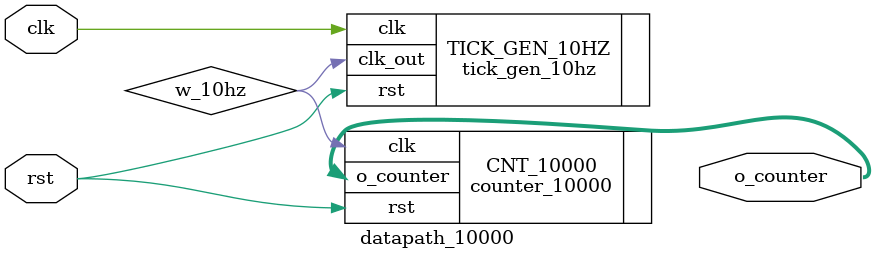
<source format=v>
`timescale 1ns / 1ps


module datapath_10000(
    input clk,
    input rst,
    output [13:0] o_counter
    );

    wire w_10hz;

    tick_gen_10hz TICK_GEN_10HZ(
        .clk(clk),
        .rst(rst),
        .clk_out(w_10hz)
    );

    counter_10000 CNT_10000(
        .clk(w_10hz),
        .rst(rst),
        .o_counter(o_counter)
    );

endmodule

</source>
